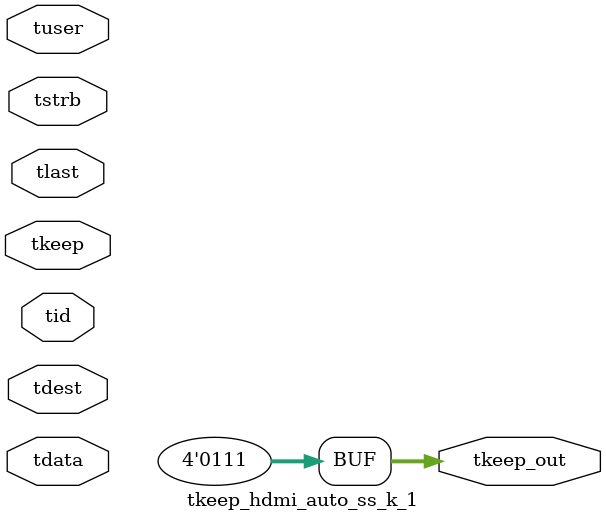
<source format=v>


`timescale 1ps/1ps

module tkeep_hdmi_auto_ss_k_1 #
(
parameter C_S_AXIS_TDATA_WIDTH = 32,
parameter C_S_AXIS_TUSER_WIDTH = 0,
parameter C_S_AXIS_TID_WIDTH   = 0,
parameter C_S_AXIS_TDEST_WIDTH = 0,
parameter C_M_AXIS_TDATA_WIDTH = 32
)
(
input  [(C_S_AXIS_TDATA_WIDTH == 0 ? 1 : C_S_AXIS_TDATA_WIDTH)-1:0     ] tdata,
input  [(C_S_AXIS_TUSER_WIDTH == 0 ? 1 : C_S_AXIS_TUSER_WIDTH)-1:0     ] tuser,
input  [(C_S_AXIS_TID_WIDTH   == 0 ? 1 : C_S_AXIS_TID_WIDTH)-1:0       ] tid,
input  [(C_S_AXIS_TDEST_WIDTH == 0 ? 1 : C_S_AXIS_TDEST_WIDTH)-1:0     ] tdest,
input  [(C_S_AXIS_TDATA_WIDTH/8)-1:0 ] tkeep,
input  [(C_S_AXIS_TDATA_WIDTH/8)-1:0 ] tstrb,
input                                                                    tlast,
output [(C_M_AXIS_TDATA_WIDTH/8)-1:0 ] tkeep_out
);

assign tkeep_out = {3'b111};

endmodule


</source>
